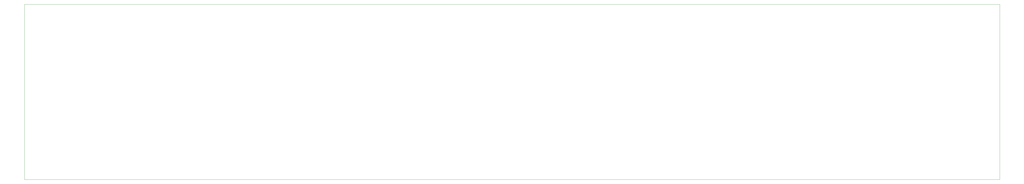
<source format=gbr>
G04 #@! TF.GenerationSoftware,KiCad,Pcbnew,(5.1.5)-3*
G04 #@! TF.CreationDate,2020-07-10T12:59:04+02:00*
G04 #@! TF.ProjectId,twitchdisplay,74776974-6368-4646-9973-706c61792e6b,rev?*
G04 #@! TF.SameCoordinates,Original*
G04 #@! TF.FileFunction,Profile,NP*
%FSLAX46Y46*%
G04 Gerber Fmt 4.6, Leading zero omitted, Abs format (unit mm)*
G04 Created by KiCad (PCBNEW (5.1.5)-3) date 2020-07-10 12:59:04*
%MOMM*%
%LPD*%
G04 APERTURE LIST*
%ADD10C,0.050000*%
G04 APERTURE END LIST*
D10*
X-41910000Y-137160000D02*
X-41910000Y-64770000D01*
X359410000Y-137160000D02*
X-41910000Y-137160000D01*
X359410000Y-64770000D02*
X359410000Y-137160000D01*
X-41910000Y-64770000D02*
X359410000Y-64770000D01*
M02*

</source>
